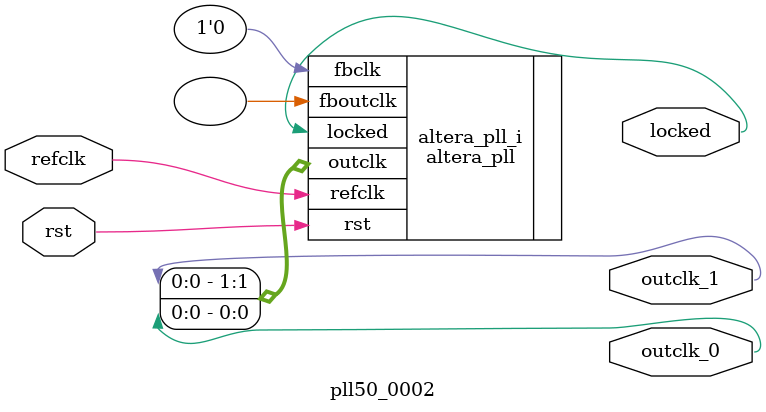
<source format=v>
`timescale 1ns/10ps
module  pll50_0002(

	// interface 'refclk'
	input wire refclk,

	// interface 'reset'
	input wire rst,

	// interface 'outclk0'
	output wire outclk_0,

	// interface 'outclk1'
	output wire outclk_1,

	// interface 'locked'
	output wire locked
);

	altera_pll #(
		.fractional_vco_multiplier("false"),
		.reference_clock_frequency("50.0 MHz"),
		.operation_mode("direct"),
		.number_of_clocks(2),
		.output_clock_frequency0("40.000000 MHz"),
		.phase_shift0("0 ps"),
		.duty_cycle0(50),
		.output_clock_frequency1("40.000000 MHz"),
		.phase_shift1("0 ps"),
		.duty_cycle1(50),
		.output_clock_frequency2("0 MHz"),
		.phase_shift2("0 ps"),
		.duty_cycle2(50),
		.output_clock_frequency3("0 MHz"),
		.phase_shift3("0 ps"),
		.duty_cycle3(50),
		.output_clock_frequency4("0 MHz"),
		.phase_shift4("0 ps"),
		.duty_cycle4(50),
		.output_clock_frequency5("0 MHz"),
		.phase_shift5("0 ps"),
		.duty_cycle5(50),
		.output_clock_frequency6("0 MHz"),
		.phase_shift6("0 ps"),
		.duty_cycle6(50),
		.output_clock_frequency7("0 MHz"),
		.phase_shift7("0 ps"),
		.duty_cycle7(50),
		.output_clock_frequency8("0 MHz"),
		.phase_shift8("0 ps"),
		.duty_cycle8(50),
		.output_clock_frequency9("0 MHz"),
		.phase_shift9("0 ps"),
		.duty_cycle9(50),
		.output_clock_frequency10("0 MHz"),
		.phase_shift10("0 ps"),
		.duty_cycle10(50),
		.output_clock_frequency11("0 MHz"),
		.phase_shift11("0 ps"),
		.duty_cycle11(50),
		.output_clock_frequency12("0 MHz"),
		.phase_shift12("0 ps"),
		.duty_cycle12(50),
		.output_clock_frequency13("0 MHz"),
		.phase_shift13("0 ps"),
		.duty_cycle13(50),
		.output_clock_frequency14("0 MHz"),
		.phase_shift14("0 ps"),
		.duty_cycle14(50),
		.output_clock_frequency15("0 MHz"),
		.phase_shift15("0 ps"),
		.duty_cycle15(50),
		.output_clock_frequency16("0 MHz"),
		.phase_shift16("0 ps"),
		.duty_cycle16(50),
		.output_clock_frequency17("0 MHz"),
		.phase_shift17("0 ps"),
		.duty_cycle17(50),
		.pll_type("General"),
		.pll_subtype("General")
	) altera_pll_i (
		.rst	(rst),
		.outclk	({outclk_1, outclk_0}),
		.locked	(locked),
		.fboutclk	( ),
		.fbclk	(1'b0),
		.refclk	(refclk)
	);
endmodule


</source>
